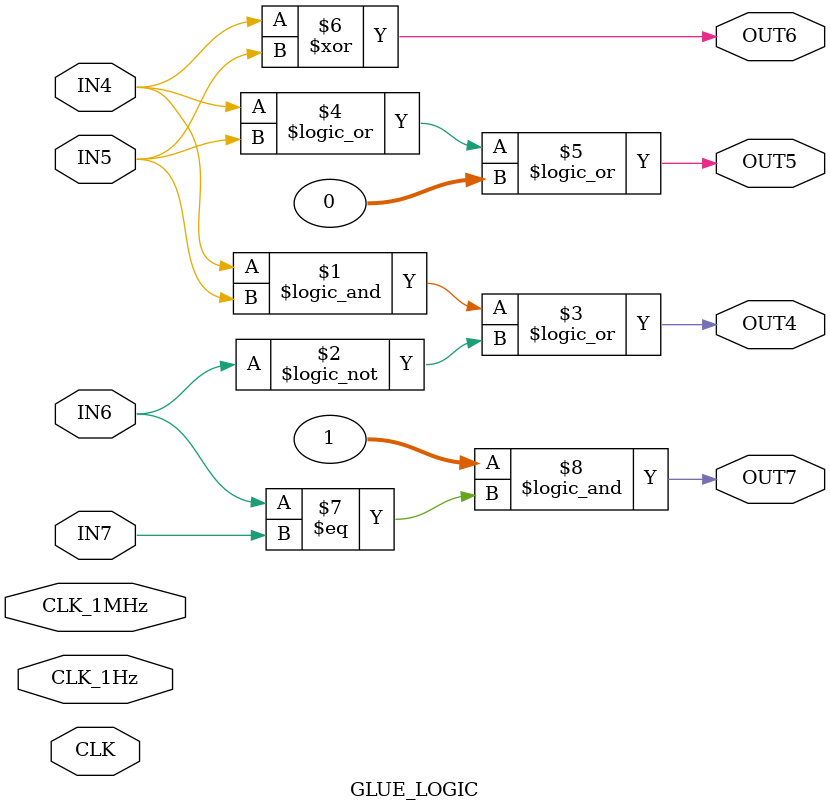
<source format=v>
module GLUE_LOGIC(
	input CLK,
	input CLK_1MHz,
	input CLK_1Hz,
	input IN4,
	input IN5,
	input IN6,
	input IN7,
	output wire OUT4,
	output wire OUT5,
	output wire OUT6, 
	output wire OUT7
	);
	//
	assign OUT4 = (IN4 && IN5) || !IN6;
	assign OUT5 = IN4 || IN5 || 0;
	assign OUT6 = IN4 ^ IN5;
	assign OUT7 = 1 && (IN6 == IN7); 
	//
endmodule
</source>
